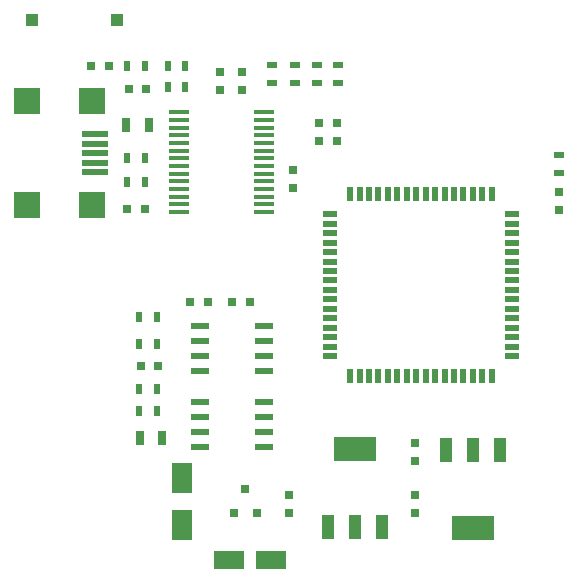
<source format=gbr>
G04 CAM350 V9.5.1 (Build 211) Date:  Tue May 10 22:49:43 2016 *
G04 Database: (Untitled) *
G04 Layer 7: canduino-F_Past *
%FSLAX46Y46*%
%MOMM*%
%SFA1.000B1.000*%

%MIA0B0*%
%IPPOS*%
%ADD28R,0.50800X1.30048*%
%ADD29R,1.30048X0.50800*%
%ADD72R,2.60096X1.60020*%
%ADD73R,0.80010X0.80010*%
%ADD30R,1.55000X0.60000*%
%ADD31R,0.50000X0.90000*%
%ADD32R,1.00076X1.00076*%
%ADD33R,0.70000X1.30000*%
%ADD34R,3.65760X2.03200*%
%ADD35R,1.01600X2.03200*%
%ADD36R,2.19710X2.19710*%
%ADD37R,2.19710X0.49784*%
%ADD38R,1.80086X2.49936*%
%ADD39R,0.90000X0.50000*%
%ADD40R,0.80000X0.75000*%
%ADD41R,0.79756X0.79756*%
%ADD42R,1.65100X0.40640*%
%ADD43R,0.75000X0.80000*%
%LNcanduino-F_Past*%
%LPD*%
G54D28*
X154856180Y-97061020D03*
X154056080D03*
X153255980D03*
X152455880D03*
X151655780D03*
X157256480D03*
X156456380D03*
X155656280D03*
X148457920D03*
X147657820D03*
X146857720D03*
X146057620D03*
X145257520D03*
G54D29*
X143543020Y-98775520D03*
Y-99575620D03*
Y-100375720D03*
Y-103576120D03*
Y-104376220D03*
Y-105173780D03*
Y-105973880D03*
Y-106773980D03*
Y-107574080D03*
Y-108374180D03*
Y-109174280D03*
G54D28*
X146057620Y-112488980D03*
X146857720D03*
X147657820D03*
X148457920D03*
X149258020D03*
X150058120D03*
X150858220D03*
X151655780D03*
X150858220Y-97061020D03*
X150058120D03*
X149258020D03*
G54D29*
X143543020Y-101175820D03*
Y-101975920D03*
Y-102776020D03*
Y-109974380D03*
Y-110774480D03*
G54D28*
X145257520Y-112488980D03*
X152455880D03*
X153255980D03*
X154056080D03*
X154856180D03*
X155656280D03*
X156456380D03*
X157256480D03*
G54D29*
X158970980Y-110774480D03*
Y-109974380D03*
Y-109174280D03*
Y-108374180D03*
Y-107574080D03*
Y-106773980D03*
Y-105973880D03*
Y-105173780D03*
Y-104376220D03*
Y-103576120D03*
Y-102776020D03*
Y-101975920D03*
Y-101175820D03*
Y-100375720D03*
Y-99575620D03*
Y-98775520D03*
G54D72*
X138579860Y-128016000D03*
X134978140D03*
G54D73*
X135448000Y-124063760D03*
X137348000D03*
X136398000Y-122064780D03*
G54D30*
X132555000Y-114681000D03*
Y-115951000D03*
Y-117221000D03*
Y-118491000D03*
X137955000D03*
Y-117221000D03*
Y-115951000D03*
Y-114681000D03*
G54D31*
X128893000Y-109728000D03*
X127393000D03*
X127877000Y-86233000D03*
X126377000D03*
X128893000Y-115443000D03*
X127393000D03*
X128893000Y-113538000D03*
X127393000D03*
Y-107442000D03*
X128893000D03*
G54D32*
X118320820Y-82296000D03*
X125519180D03*
G54D33*
X129347000Y-117729000D03*
X127447000D03*
X128204000Y-91186000D03*
X126304000D03*
G54D34*
X155702000Y-125349000D03*
G54D35*
Y-118745000D03*
X153416000D03*
X157988000D03*
G54D34*
X145669000Y-118618000D03*
G54D35*
Y-125222000D03*
X147955000D03*
X143383000D03*
G54D36*
X123380500Y-98028760D03*
G54D37*
X123659900Y-92001340D03*
Y-92801440D03*
Y-93599000D03*
Y-94396560D03*
Y-95196660D03*
G54D36*
X123380500Y-89169240D03*
X117881400D03*
Y-98028760D03*
G54D38*
X131064000Y-125061980D03*
Y-121064020D03*
G54D39*
X162941000Y-95238000D03*
Y-93738000D03*
G54D40*
X127877000Y-98298000D03*
X126377000D03*
X129020000Y-111633000D03*
X127520000D03*
X126504000Y-88138000D03*
X128004000D03*
G54D41*
X136144000Y-86753700D03*
Y-88252300D03*
X134239000Y-86753700D03*
Y-88252300D03*
G54D31*
X127877000Y-93980000D03*
X126377000D03*
X127877000Y-96012000D03*
X126377000D03*
X129806000Y-86233000D03*
X131306000D03*
X129806000Y-88011000D03*
X131306000D03*
G54D42*
X137965180Y-94686120D03*
Y-94035880D03*
Y-93385640D03*
Y-92735400D03*
X130766820Y-96636840D03*
X137965180D03*
Y-95986600D03*
Y-95336360D03*
X130766820Y-92085160D03*
Y-92735400D03*
Y-93385640D03*
Y-94035880D03*
Y-94686120D03*
Y-95336360D03*
X137965180Y-92085160D03*
X130766820Y-95986600D03*
Y-97287080D03*
Y-97934780D03*
Y-98585020D03*
X137965180D03*
Y-97934780D03*
Y-97287080D03*
Y-91434920D03*
Y-90787220D03*
Y-90136980D03*
X130766820D03*
Y-90787220D03*
Y-91434920D03*
G54D40*
X124829000Y-86233000D03*
X123329000D03*
G54D43*
X162941000Y-96901000D03*
Y-98401000D03*
X140081000Y-124067000D03*
Y-122567000D03*
X150749000Y-118122000D03*
Y-119622000D03*
X140462000Y-96508000D03*
Y-95008000D03*
G54D41*
X144145000Y-91071700D03*
Y-92570300D03*
X142621000Y-91071700D03*
Y-92570300D03*
G54D40*
X133211000Y-106172000D03*
X131711000D03*
X135267000D03*
X136767000D03*
G54D43*
X150749000Y-124067000D03*
Y-122567000D03*
G54D30*
X137955000Y-112014000D03*
Y-110744000D03*
Y-109474000D03*
Y-108204000D03*
X132555000D03*
Y-109474000D03*
Y-110744000D03*
Y-112014000D03*
G54D39*
X140589000Y-87618000D03*
Y-86118000D03*
X144272000D03*
Y-87618000D03*
X142494000Y-86118000D03*
Y-87618000D03*
X138684000D03*
Y-86118000D03*
M02*

</source>
